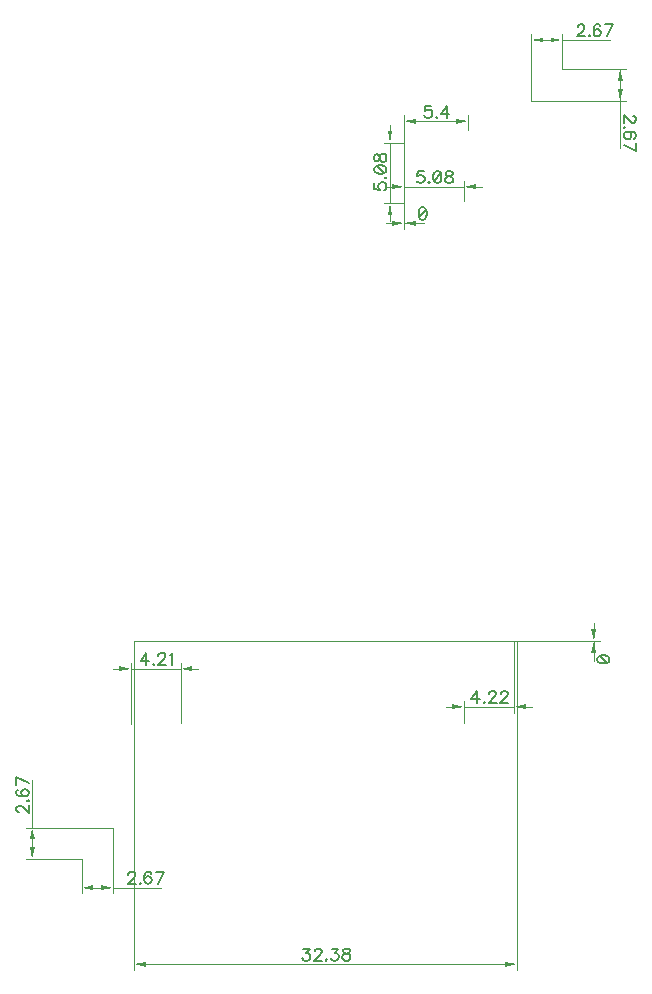
<source format=gbr>
G04 DipTrace 3.0.0.1*
G04 TopDimension.gbr*
%MOIN*%
G04 #@! TF.FileFunction,Drawing,Top*
G04 #@! TF.Part,Single*
%ADD13C,0.001378*%
%ADD110C,0.006176*%
%FSLAX26Y26*%
G04*
G70*
G90*
G75*
G01*
G04 TopDimension*
%LPD*%
X568898Y1121260D2*
D13*
Y23622D1*
X1843701Y1121260D2*
Y23622D1*
X1206299Y43307D2*
X608268D1*
G36*
X568898D2*
X608268Y51181D1*
Y35433D1*
X568898Y43307D1*
G37*
X1206299D2*
D13*
X1804331D1*
G36*
X1843701D2*
X1804331Y35433D1*
Y51181D1*
X1843701Y43307D1*
G37*
X568898Y1121260D2*
D13*
X2120079D1*
X1843701D2*
X2120079D1*
X2100394D2*
D3*
Y1180315D2*
Y1160630D1*
G36*
Y1121260D2*
X2092520Y1160630D1*
X2108268D1*
X2100394Y1121260D1*
G37*
Y1062205D2*
D13*
Y1081890D1*
G36*
Y1121260D2*
X2108268Y1081890D1*
X2092520D1*
X2100394Y1121260D1*
G37*
Y1055095D2*
D13*
Y1121260D1*
X723228Y846850D2*
Y1048425D1*
X557480Y845669D2*
Y1048425D1*
Y1028740D2*
X723228D1*
X498425D2*
X518110D1*
G36*
X557480D2*
X518110Y1020866D1*
Y1036614D1*
X557480Y1028740D1*
G37*
X782283D2*
D13*
X762598D1*
G36*
X723228D2*
X762598Y1036614D1*
Y1020866D1*
X723228Y1028740D1*
G37*
X1668110Y846850D2*
D13*
Y921260D1*
X1834252Y1116929D2*
Y881890D1*
X1668110Y901575D2*
X1834252D1*
X1609055D2*
X1628740D1*
G36*
X1668110D2*
X1628740Y893701D1*
Y909449D1*
X1668110Y901575D1*
G37*
X1893307D2*
D13*
X1873622D1*
G36*
X1834252D2*
X1873622Y909449D1*
Y893701D1*
X1834252Y901575D1*
G37*
X1468110Y2781102D2*
D13*
Y2872441D1*
X1680709Y2824803D2*
Y2872441D1*
X1574409Y2852756D2*
X1507480D1*
G36*
X1468110D2*
X1507480Y2860630D1*
Y2844882D1*
X1468110Y2852756D1*
G37*
X1574409D2*
D13*
X1641339D1*
G36*
X1680709D2*
X1641339Y2844882D1*
Y2860630D1*
X1680709Y2852756D1*
G37*
X1468110Y2581102D2*
D13*
Y2654724D1*
X1668110Y2585827D2*
Y2654724D1*
X1468110Y2635039D2*
X1668110D1*
X1409055D2*
X1428740D1*
G36*
X1468110D2*
X1428740Y2627165D1*
Y2642913D1*
X1468110Y2635039D1*
G37*
X1727165D2*
D13*
X1707480D1*
G36*
X1668110D2*
X1707480Y2642913D1*
Y2627165D1*
X1668110Y2635039D1*
G37*
X1468110Y2781102D2*
D13*
X1401969D1*
X1468110Y2581102D2*
X1401969D1*
X1421654Y2781102D2*
Y2581102D1*
Y2840157D2*
Y2820472D1*
G36*
Y2781102D2*
X1413780Y2820472D1*
X1429528D1*
X1421654Y2781102D1*
G37*
Y2522047D2*
D13*
Y2541732D1*
G36*
Y2581102D2*
X1429528Y2541732D1*
X1413780D1*
X1421654Y2581102D1*
G37*
X1468110Y2781102D2*
D13*
Y2493701D1*
Y2581102D2*
Y2493701D1*
Y2513386D2*
D3*
X1409055D2*
X1428740D1*
G36*
X1468110D2*
X1428740Y2505512D1*
Y2521260D1*
X1468110Y2513386D1*
G37*
X1527165D2*
D13*
X1507480D1*
G36*
X1468110D2*
X1507480Y2521260D1*
Y2505512D1*
X1468110Y2513386D1*
G37*
X1534275D2*
D13*
X1468110D1*
X498701Y498701D2*
Y279016D1*
X393701Y393701D2*
Y279016D1*
X446201Y298701D2*
X459331D1*
G36*
X498701D2*
X459331Y290827D1*
Y306575D1*
X498701Y298701D1*
G37*
X446201D2*
D13*
X433071D1*
G36*
X393701D2*
X433071Y306575D1*
Y290827D1*
X393701Y298701D1*
G37*
X657410D2*
D13*
X498701D1*
X1890945Y2922244D2*
Y3143386D1*
X1996063Y3027559D2*
Y3143386D1*
X1943504Y3123701D2*
X1930315D1*
G36*
X1890945D2*
X1930315Y3131575D1*
Y3115827D1*
X1890945Y3123701D1*
G37*
X1943504D2*
D13*
X1956693D1*
G36*
X1996063D2*
X1956693Y3115827D1*
Y3131575D1*
X1996063Y3123701D1*
G37*
X2154773D2*
D13*
X1996063D1*
X1890945Y2922244D2*
X2208386D1*
X1996063Y3027559D2*
X2208386D1*
X2188701Y2974902D2*
Y2961614D1*
G36*
Y2922244D2*
X2180827Y2961614D1*
X2196575D1*
X2188701Y2922244D1*
G37*
Y2974902D2*
D13*
Y2988189D1*
G36*
Y3027559D2*
X2196575Y2988189D1*
X2180827D1*
X2188701Y3027559D1*
G37*
Y2763535D2*
D13*
Y3027559D1*
X498701Y498701D2*
X209016D1*
X393701Y393701D2*
X209016D1*
X228701Y446201D2*
Y459331D1*
G36*
Y498701D2*
X236575Y459331D1*
X220827D1*
X228701Y498701D1*
G37*
Y446201D2*
D13*
Y433071D1*
G36*
Y393701D2*
X220827Y433071D1*
X236575D1*
X228701Y393701D1*
G37*
Y657410D2*
D13*
Y498701D1*
X1133040Y95666D2*
D110*
X1154043D1*
X1142591Y80367D1*
X1148339D1*
X1152142Y78466D1*
X1154043Y76564D1*
X1155988Y70816D1*
Y67014D1*
X1154043Y61266D1*
X1150240Y57419D1*
X1144492Y55518D1*
X1138744D1*
X1133040Y57419D1*
X1131139Y59365D1*
X1129194Y63167D1*
X1170285Y86115D2*
Y88016D1*
X1172186Y91863D1*
X1174088Y93764D1*
X1177935Y95666D1*
X1185584D1*
X1189386Y93764D1*
X1191288Y91863D1*
X1193233Y88016D1*
Y84214D1*
X1191288Y80367D1*
X1187485Y74663D1*
X1168340Y55518D1*
X1195134D1*
X1209387Y59365D2*
X1207486Y57419D1*
X1209387Y55518D1*
X1211333Y57419D1*
X1209387Y59365D1*
X1227531Y95666D2*
X1248533D1*
X1237081Y80367D1*
X1242829D1*
X1246632Y78466D1*
X1248533Y76564D1*
X1250479Y70816D1*
Y67014D1*
X1248533Y61266D1*
X1244731Y57419D1*
X1238983Y55518D1*
X1233235D1*
X1227531Y57419D1*
X1225629Y59365D1*
X1223684Y63167D1*
X1272381Y95666D2*
X1266677Y93764D1*
X1264731Y89962D1*
Y86115D1*
X1266677Y82313D1*
X1270479Y80367D1*
X1278129Y78466D1*
X1283877Y76564D1*
X1287679Y72718D1*
X1289580Y68915D1*
Y63167D1*
X1287679Y59365D1*
X1285778Y57419D1*
X1280030Y55518D1*
X1272381D1*
X1266677Y57419D1*
X1264731Y59365D1*
X1262830Y63167D1*
Y68915D1*
X1264731Y72718D1*
X1268578Y76564D1*
X1274282Y78466D1*
X1281931Y80367D1*
X1285778Y82313D1*
X1287679Y86115D1*
Y89962D1*
X1285778Y93764D1*
X1280030Y95666D1*
X1272381D1*
X2152752Y1061130D2*
X2150851Y1066878D1*
X2145103Y1070725D1*
X2135552Y1072626D1*
X2129804D1*
X2120254Y1070725D1*
X2114506Y1066878D1*
X2112604Y1061130D1*
Y1057328D1*
X2114506Y1051580D1*
X2120254Y1047777D1*
X2129804Y1045832D1*
X2135552D1*
X2145103Y1047777D1*
X2150851Y1051580D1*
X2152752Y1057328D1*
Y1061130D1*
X2145103Y1047777D2*
X2120254Y1070725D1*
X609594Y1040951D2*
Y1081099D1*
X590449Y1054348D1*
X619145D1*
X633398Y1044798D2*
X631496Y1042852D1*
X633398Y1040951D1*
X635343Y1042852D1*
X633398Y1044798D1*
X649640Y1071548D2*
Y1073449D1*
X651541Y1077296D1*
X653443Y1079197D1*
X657289Y1081099D1*
X664939D1*
X668741Y1079197D1*
X670642Y1077296D1*
X672588Y1073449D1*
Y1069647D1*
X670642Y1065800D1*
X666840Y1060096D1*
X647694Y1040951D1*
X674489D1*
X686841Y1073449D2*
X690687Y1075395D1*
X696435Y1081099D1*
Y1040951D1*
X1711821Y913786D2*
Y953933D1*
X1692676Y927183D1*
X1721372D1*
X1735624Y917632D2*
X1733723Y915687D1*
X1735624Y913786D1*
X1737570Y915687D1*
X1735624Y917632D1*
X1751867Y944383D2*
Y946284D1*
X1753768Y950131D1*
X1755669Y952032D1*
X1759516Y953933D1*
X1767165D1*
X1770968Y952032D1*
X1772869Y950131D1*
X1774815Y946284D1*
Y942482D1*
X1772869Y938635D1*
X1769067Y932931D1*
X1749921Y913786D1*
X1776716D1*
X1791013Y944383D2*
Y946284D1*
X1792914Y950131D1*
X1794815Y952032D1*
X1798662Y953933D1*
X1806311D1*
X1810114Y952032D1*
X1812015Y950131D1*
X1813961Y946284D1*
Y942482D1*
X1812015Y938635D1*
X1808213Y932931D1*
X1789067Y913786D1*
X1815862D1*
X1558425Y2905114D2*
X1539324D1*
X1537423Y2887915D1*
X1539324Y2889816D1*
X1545072Y2891761D1*
X1550776D1*
X1556524Y2889816D1*
X1560371Y2886013D1*
X1562272Y2880265D1*
Y2876463D1*
X1560371Y2870715D1*
X1556524Y2866868D1*
X1550776Y2864967D1*
X1545072D1*
X1539324Y2866868D1*
X1537423Y2868813D1*
X1535477Y2872616D1*
X1576525Y2868813D2*
X1574623Y2866868D1*
X1576525Y2864967D1*
X1578470Y2866868D1*
X1576525Y2868813D1*
X1609967Y2864967D2*
Y2905114D1*
X1590821Y2878364D1*
X1619517D1*
X1533526Y2687398D2*
X1514424D1*
X1512523Y2670198D1*
X1514424Y2672099D1*
X1520173Y2674045D1*
X1525876D1*
X1531624Y2672099D1*
X1535471Y2668297D1*
X1537372Y2662549D1*
Y2658746D1*
X1535471Y2652998D1*
X1531624Y2649151D1*
X1525876Y2647250D1*
X1520173D1*
X1514424Y2649151D1*
X1512523Y2651097D1*
X1510578Y2654899D1*
X1551625Y2651097D2*
X1549724Y2649151D1*
X1551625Y2647250D1*
X1553571Y2649151D1*
X1551625Y2651097D1*
X1577418Y2687398D2*
X1571670Y2685497D1*
X1567823Y2679749D1*
X1565922Y2670198D1*
Y2664450D1*
X1567823Y2654899D1*
X1571670Y2649151D1*
X1577418Y2647250D1*
X1581221D1*
X1586969Y2649151D1*
X1590771Y2654899D1*
X1592717Y2664450D1*
Y2670198D1*
X1590771Y2679749D1*
X1586969Y2685497D1*
X1581221Y2687398D1*
X1577418D1*
X1590771Y2679749D2*
X1567823Y2654899D1*
X1614619Y2687398D2*
X1608915Y2685497D1*
X1606969Y2681694D1*
Y2677847D1*
X1608915Y2674045D1*
X1612717Y2672099D1*
X1620367Y2670198D1*
X1626115Y2668297D1*
X1629917Y2664450D1*
X1631818Y2660647D1*
Y2654899D1*
X1629917Y2651097D1*
X1628016Y2649151D1*
X1622268Y2647250D1*
X1614619D1*
X1608915Y2649151D1*
X1606969Y2651097D1*
X1605068Y2654899D1*
Y2660647D1*
X1606969Y2664450D1*
X1610816Y2668297D1*
X1616520Y2670198D1*
X1624169Y2672099D1*
X1628016Y2674045D1*
X1629917Y2677847D1*
Y2681694D1*
X1628016Y2685497D1*
X1622268Y2687398D1*
X1614619D1*
X1369295Y2646518D2*
Y2627417D1*
X1386495Y2625515D1*
X1384594Y2627417D1*
X1382648Y2633165D1*
Y2638868D1*
X1384594Y2644616D1*
X1388396Y2648463D1*
X1394144Y2650365D1*
X1397947D1*
X1403695Y2648463D1*
X1407542Y2644616D1*
X1409443Y2638868D1*
Y2633165D1*
X1407542Y2627417D1*
X1405596Y2625515D1*
X1401793Y2623570D1*
X1405596Y2664617D2*
X1407542Y2662716D1*
X1409443Y2664617D1*
X1407542Y2666563D1*
X1405596Y2664617D1*
X1369295Y2690410D2*
X1371196Y2684662D1*
X1376944Y2680815D1*
X1386495Y2678914D1*
X1392243D1*
X1401793Y2680815D1*
X1407542Y2684662D1*
X1409443Y2690410D1*
Y2694213D1*
X1407542Y2699961D1*
X1401793Y2703763D1*
X1392243Y2705709D1*
X1386495D1*
X1376944Y2703763D1*
X1371196Y2699961D1*
X1369295Y2694213D1*
Y2690410D1*
X1376944Y2703763D2*
X1401793Y2680815D1*
X1369295Y2727611D2*
X1371196Y2721907D1*
X1374999Y2719961D1*
X1378846D1*
X1382648Y2721907D1*
X1384594Y2725709D1*
X1386495Y2733359D1*
X1388396Y2739107D1*
X1392243Y2742909D1*
X1396045Y2744811D1*
X1401793D1*
X1405596Y2742909D1*
X1407542Y2741008D1*
X1409443Y2735260D1*
Y2727611D1*
X1407542Y2721907D1*
X1405596Y2719961D1*
X1401793Y2718060D1*
X1396045D1*
X1392243Y2719961D1*
X1388396Y2723808D1*
X1386495Y2729512D1*
X1384594Y2737161D1*
X1382648Y2741008D1*
X1378846Y2742909D1*
X1374999D1*
X1371196Y2741008D1*
X1369295Y2735260D1*
Y2727611D1*
X1528240Y2565744D2*
X1522492Y2563843D1*
X1518645Y2558095D1*
X1516744Y2548544D1*
Y2542796D1*
X1518645Y2533246D1*
X1522492Y2527498D1*
X1528240Y2525597D1*
X1532042D1*
X1537791Y2527498D1*
X1541593Y2533246D1*
X1543539Y2542796D1*
Y2548544D1*
X1541593Y2558095D1*
X1537791Y2563843D1*
X1532042Y2565744D1*
X1528240D1*
X1541593Y2558095D2*
X1518645Y2533246D1*
X549280Y341509D2*
Y343410D1*
X551181Y347257D1*
X553082Y349158D1*
X556929Y351059D1*
X564579D1*
X568381Y349158D1*
X570282Y347257D1*
X572228Y343410D1*
Y339607D1*
X570282Y335761D1*
X566480Y330057D1*
X547334Y310912D1*
X574129D1*
X588382Y314758D2*
X586480Y312813D1*
X588382Y310912D1*
X590327Y312813D1*
X588382Y314758D1*
X625627Y345356D2*
X623725Y349158D1*
X617977Y351059D1*
X614175D1*
X608427Y349158D1*
X604580Y343410D1*
X602679Y333859D1*
Y324309D1*
X604580Y316660D1*
X608427Y312813D1*
X614175Y310912D1*
X616076D1*
X621780Y312813D1*
X625627Y316660D1*
X627528Y322408D1*
Y324309D1*
X625627Y330057D1*
X621780Y333859D1*
X616076Y335761D1*
X614175D1*
X608427Y333859D1*
X604580Y330057D1*
X602679Y324309D1*
X647529Y310912D2*
X666674Y351059D1*
X639879D1*
X2046642Y3166509D2*
Y3168410D1*
X2048543Y3172257D1*
X2050445Y3174158D1*
X2054291Y3176059D1*
X2061941D1*
X2065743Y3174158D1*
X2067645Y3172257D1*
X2069590Y3168410D1*
Y3164607D1*
X2067645Y3160761D1*
X2063842Y3155057D1*
X2044697Y3135912D1*
X2071491D1*
X2085744Y3139758D2*
X2083843Y3137813D1*
X2085744Y3135912D1*
X2087689Y3137813D1*
X2085744Y3139758D1*
X2122989Y3170356D2*
X2121087Y3174158D1*
X2115339Y3176059D1*
X2111537D1*
X2105789Y3174158D1*
X2101942Y3168410D1*
X2100041Y3158859D1*
Y3149309D1*
X2101942Y3141660D1*
X2105789Y3137813D1*
X2111537Y3135912D1*
X2113438D1*
X2119142Y3137813D1*
X2122989Y3141660D1*
X2124890Y3147408D1*
Y3149309D1*
X2122989Y3155057D1*
X2119142Y3158859D1*
X2113438Y3160761D1*
X2111537D1*
X2105789Y3158859D1*
X2101942Y3155057D1*
X2100041Y3149309D1*
X2144891Y3135912D2*
X2164036Y3176059D1*
X2137241D1*
X2231509Y2871665D2*
X2233410D1*
X2237257Y2869764D1*
X2239158Y2867862D1*
X2241059Y2864016D1*
Y2856366D1*
X2239158Y2852564D1*
X2237257Y2850663D1*
X2233410Y2848717D1*
X2229607D1*
X2225761Y2850663D1*
X2220057Y2854465D1*
X2200912Y2873610D1*
Y2846816D1*
X2204758Y2832563D2*
X2202813Y2834464D1*
X2200912Y2832563D1*
X2202813Y2830618D1*
X2204758Y2832563D1*
X2235356Y2795318D2*
X2239158Y2797220D1*
X2241059Y2802968D1*
Y2806770D1*
X2239158Y2812518D1*
X2233410Y2816365D1*
X2223859Y2818266D1*
X2214309D1*
X2206660Y2816365D1*
X2202813Y2812518D1*
X2200912Y2806770D1*
Y2804869D1*
X2202813Y2799165D1*
X2206660Y2795318D1*
X2212408Y2793417D1*
X2214309D1*
X2220057Y2795318D1*
X2223859Y2799165D1*
X2225761Y2804869D1*
Y2806770D1*
X2223859Y2812518D1*
X2220057Y2816365D1*
X2214309Y2818266D1*
X2200912Y2773416D2*
X2241059Y2754271D1*
Y2781066D1*
X185893Y549280D2*
X183992D1*
X180145Y551181D1*
X178244Y553082D1*
X176342Y556929D1*
Y564579D1*
X178244Y568381D1*
X180145Y570282D1*
X183992Y572228D1*
X187794D1*
X191641Y570282D1*
X197345Y566480D1*
X216490Y547334D1*
Y574129D1*
X212643Y588382D2*
X214589Y586480D1*
X216490Y588382D1*
X214589Y590327D1*
X212643Y588382D1*
X182046Y625627D2*
X178244Y623725D1*
X176342Y617977D1*
Y614175D1*
X178244Y608427D1*
X183992Y604580D1*
X193542Y602679D1*
X203093D1*
X210742Y604580D1*
X214589Y608427D1*
X216490Y614175D1*
Y616076D1*
X214589Y621780D1*
X210742Y625627D1*
X204994Y627528D1*
X203093D1*
X197345Y625627D1*
X193542Y621780D1*
X191641Y616076D1*
Y614175D1*
X193542Y608427D1*
X197345Y604580D1*
X203093Y602679D1*
X216490Y647529D2*
X176342Y666674D1*
Y639879D1*
M02*

</source>
